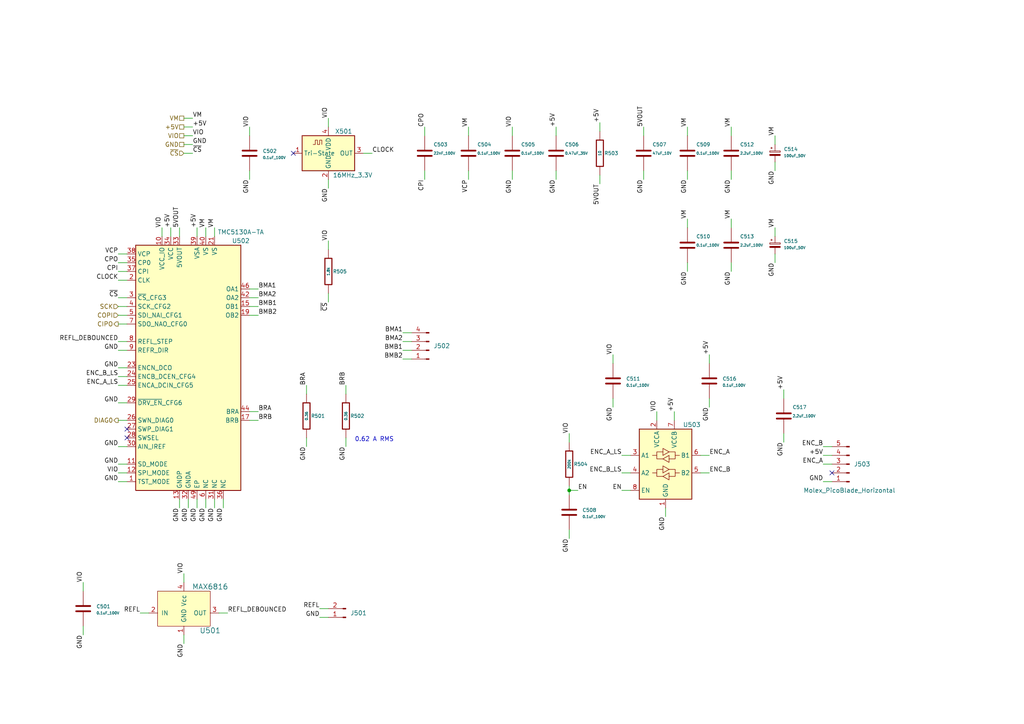
<source format=kicad_sch>
(kicad_sch (version 20230121) (generator eeschema)
  (paper "A4")
  (title_block (title "mouse-joystick-pcb") (date "2024-10-24") (rev "1.0") (company "Peter Polidoro"))
  (lib_symbols
    (symbol "Janelia:CP_100uF_50V_8x10.2mm" (pin_numbers hide) (pin_names (offset 0.254) hide)
      (property "Reference" "C" (at 0.254 1.778 0))
      (property "Value" "100uF_50V" (at 0 0 0))
      (symbol "CP_100uF_50V_8x10.2mm_0_1"
        (rectangle (start -1.524 -0.3048) (end 1.524 -0.6858) (fill (type outline)))
        (rectangle (start -1.524 0.6858) (end 1.524 0.3048))
        (polyline (pts (xy -1.27 1.524) (xy -0.762 1.524)))
        (polyline (pts (xy -1.016 1.27) (xy -1.016 1.778)))
      )
      (symbol "CP_100uF_50V_8x10.2mm_1_1"
        (pin passive line (at 0 2.54 270) (length 1.8542) (name "~") (number "1"))
        (pin passive line (at 0 -2.54 90) (length 1.8542) (name "~") (number "2"))
      )
    )
    (symbol "Janelia:C_0.1uF_100V_0402" (pin_numbers hide) (pin_names (offset 0.254))
      (property "Reference" "C" (at 0 2.54 0))
      (property "Value" "0.1uF_100V" (at 0 0 0))
      (symbol "C_0.1uF_100V_0402_0_1"
        (polyline (pts (xy -2.032 -0.762) (xy 2.032 -0.762)) (stroke (width 0.508)))
        (polyline (pts (xy -2.032 0.762) (xy 2.032 0.762)) (stroke (width 0.508)))
      )
      (symbol "C_0.1uF_100V_0402_1_1"
        (pin passive line (at 0 5.08 270) (length 4.318) (name "~") (number "1"))
        (pin passive line (at 0 -5.08 90) (length 4.318) (name "~") (number "2"))
      )
    )
    (symbol "Janelia:C_0.47uF_35V_0402" (pin_numbers hide) (pin_names (offset 0.254))
      (property "Reference" "C" (at 0 2.54 0))
      (property "Value" "0.47uF_35V" (at 0 0 0))
      (symbol "C_0.47uF_35V_0402_0_1"
        (polyline (pts (xy -2.032 -0.762) (xy 2.032 -0.762)) (stroke (width 0.508)))
        (polyline (pts (xy -2.032 0.762) (xy 2.032 0.762)) (stroke (width 0.508)))
      )
      (symbol "C_0.47uF_35V_0402_1_1"
        (pin passive line (at 0 5.08 270) (length 4.318) (name "~") (number "1"))
        (pin passive line (at 0 -5.08 90) (length 4.318) (name "~") (number "2"))
      )
    )
    (symbol "Janelia:C_2.2uF_100V_0805" (pin_numbers hide) (pin_names (offset 0.254))
      (property "Reference" "C" (at 0 2.54 0))
      (property "Value" "2.2uF_100V" (at 0 0 0))
      (symbol "C_2.2uF_100V_0805_0_1"
        (polyline (pts (xy -2.032 -0.762) (xy 2.032 -0.762)) (stroke (width 0.508)))
        (polyline (pts (xy -2.032 0.762) (xy 2.032 0.762)) (stroke (width 0.508)))
      )
      (symbol "C_2.2uF_100V_0805_1_1"
        (pin passive line (at 0 5.08 270) (length 4.318) (name "~") (number "1"))
        (pin passive line (at 0 -5.08 90) (length 4.318) (name "~") (number "2"))
      )
    )
    (symbol "Janelia:C_22nF_100V_0603" (pin_numbers hide) (pin_names (offset 0.254))
      (property "Reference" "C" (at 0 2.54 0))
      (property "Value" "22nF_100V" (at 0 0 0))
      (symbol "C_22nF_100V_0603_0_1"
        (polyline (pts (xy -2.032 -0.762) (xy 2.032 -0.762)) (stroke (width 0.508)))
        (polyline (pts (xy -2.032 0.762) (xy 2.032 0.762)) (stroke (width 0.508)))
      )
      (symbol "C_22nF_100V_0603_1_1"
        (pin passive line (at 0 5.08 270) (length 4.318) (name "~") (number "1"))
        (pin passive line (at 0 -5.08 90) (length 4.318) (name "~") (number "2"))
      )
    )
    (symbol "Janelia:C_47uF_10V_0805" (pin_numbers hide) (pin_names (offset 0.254))
      (property "Reference" "C" (at 0 2.54 0))
      (property "Value" "47uF_10V" (at 0 0 0))
      (symbol "C_47uF_10V_0805_0_1"
        (polyline (pts (xy -2.032 -0.762) (xy 2.032 -0.762)) (stroke (width 0.508)))
        (polyline (pts (xy -2.032 0.762) (xy 2.032 0.762)) (stroke (width 0.508)))
      )
      (symbol "C_47uF_10V_0805_1_1"
        (pin passive line (at 0 5.08 270) (length 4.318) (name "~") (number "1"))
        (pin passive line (at 0 -5.08 90) (length 4.318) (name "~") (number "2"))
      )
    )
    (symbol "Janelia:Conn_01x02_P3.5mm_TBH_Horizontal_Screw" (pin_names (offset 1.016) hide)
      (property "Reference" "J" (at -3.81 0 0))
      (symbol "Conn_01x02_P3.5mm_TBH_Horizontal_Screw_1_1"
        (polyline (pts (xy 1.27 -2.54) (xy 0.8636 -2.54)) (stroke (width 0.1524)))
        (polyline (pts (xy 1.27 0) (xy 0.8636 0)) (stroke (width 0.1524)))
        (rectangle (start 0.8636 -2.413) (end 0 -2.667) (stroke (width 0.1524)) (fill (type outline)))
        (rectangle (start 0.8636 0.127) (end 0 -0.127) (stroke (width 0.1524)) (fill (type outline)))
        (pin passive line (at 5.08 0 180) (length 3.81) (name "Pin_1") (number "1"))
        (pin passive line (at 5.08 -2.54 180) (length 3.81) (name "Pin_2") (number "2"))
      )
    )
    (symbol "Janelia:Conn_01x04_P3.5mm_TBH_Horizontal_Screw" (pin_names (offset 1.016) hide)
      (property "Reference" "J" (at -3.81 0 0))
      (symbol "Conn_01x04_P3.5mm_TBH_Horizontal_Screw_1_1"
        (polyline (pts (xy 1.27 -5.08) (xy 0.8636 -5.08)) (stroke (width 0.1524)))
        (polyline (pts (xy 1.27 -2.54) (xy 0.8636 -2.54)) (stroke (width 0.1524)))
        (polyline (pts (xy 1.27 0) (xy 0.8636 0)) (stroke (width 0.1524)))
        (polyline (pts (xy 1.27 2.54) (xy 0.8636 2.54)) (stroke (width 0.1524)))
        (rectangle (start 0.8636 -4.953) (end 0 -5.207) (stroke (width 0.1524)) (fill (type outline)))
        (rectangle (start 0.8636 -2.413) (end 0 -2.667) (stroke (width 0.1524)) (fill (type outline)))
        (rectangle (start 0.8636 0.127) (end 0 -0.127) (stroke (width 0.1524)) (fill (type outline)))
        (rectangle (start 0.8636 2.667) (end 0 2.413) (stroke (width 0.1524)) (fill (type outline)))
        (pin passive line (at 5.08 2.54 180) (length 3.81) (name "Pin_1") (number "1"))
        (pin passive line (at 5.08 0 180) (length 3.81) (name "Pin_2") (number "2"))
        (pin passive line (at 5.08 -2.54 180) (length 3.81) (name "Pin_3") (number "3"))
        (pin passive line (at 5.08 -5.08 180) (length 3.81) (name "Pin_4") (number "4"))
      )
    )
    (symbol "Janelia:Conn_01x05_P1.25mm_Molex_PicoBlade_Horizontal" (pin_names (offset 1.016) hide)
      (property "Reference" "J" (at -1.27 0 0))
      (property "Value" "Molex_PicoBlade_Horizontal" (at 0 -7.62 0))
      (symbol "Conn_01x05_P1.25mm_Molex_PicoBlade_Horizontal_1_1"
        (polyline (pts (xy 1.27 -5.08) (xy 0.8636 -5.08)) (stroke (width 0.1524)))
        (polyline (pts (xy 1.27 -2.54) (xy 0.8636 -2.54)) (stroke (width 0.1524)))
        (polyline (pts (xy 1.27 0) (xy 0.8636 0)) (stroke (width 0.1524)))
        (polyline (pts (xy 1.27 2.54) (xy 0.8636 2.54)) (stroke (width 0.1524)))
        (polyline (pts (xy 1.27 5.08) (xy 0.8636 5.08)) (stroke (width 0.1524)))
        (rectangle (start 0.8636 -4.953) (end 0 -5.207) (stroke (width 0.1524)) (fill (type outline)))
        (rectangle (start 0.8636 -2.413) (end 0 -2.667) (stroke (width 0.1524)) (fill (type outline)))
        (rectangle (start 0.8636 0.127) (end 0 -0.127) (stroke (width 0.1524)) (fill (type outline)))
        (rectangle (start 0.8636 2.667) (end 0 2.413) (stroke (width 0.1524)) (fill (type outline)))
        (rectangle (start 0.8636 5.207) (end 0 4.953) (stroke (width 0.1524)) (fill (type outline)))
        (pin passive line (at 5.08 5.08 180) (length 3.81) (name "Pin_1") (number "1"))
        (pin passive line (at 5.08 2.54 180) (length 3.81) (name "Pin_2") (number "2"))
        (pin passive line (at 5.08 0 180) (length 3.81) (name "Pin_3") (number "3"))
        (pin passive line (at 5.08 -2.54 180) (length 3.81) (name "Pin_4") (number "4"))
        (pin passive line (at 5.08 -5.08 180) (length 3.81) (name "Pin_5") (number "5"))
      )
    )
    (symbol "Janelia:Logic_LevelTranslator_LSF0102DCUR"
      (property "Reference" "U" (at 7.62 11.43 0))
      (symbol "Logic_LevelTranslator_LSF0102DCUR_1_1"
        (rectangle (start -7.62 10.16) (end 7.62 -10.16) (stroke (width 0.254)) (fill (type background)))
        (polyline (pts (xy -2.54 -2.54) (xy -2.54 -1.524) (xy -0.762 -1.524)))
        (polyline (pts (xy -2.54 2.54) (xy -2.54 3.556) (xy -0.762 3.556)))
        (polyline (pts (xy 2.794 -2.54) (xy 2.794 -3.556) (xy 1.016 -3.556)))
        (polyline (pts (xy 2.794 2.54) (xy 2.794 1.524) (xy 1.016 1.524)))
        (polyline (pts (xy -0.762 -3.556) (xy -2.54 -3.556) (xy -2.54 -2.54) (xy -3.81 -2.54)))
        (polyline (pts (xy -0.762 -2.54) (xy -0.762 -0.508) (xy 1.016 -1.524) (xy -0.762 -2.54)))
        (polyline (pts (xy -0.762 1.524) (xy -2.54 1.524) (xy -2.54 2.54) (xy -3.81 2.54)))
        (polyline (pts (xy -0.762 2.54) (xy -0.762 4.572) (xy 1.016 3.556) (xy -0.762 2.54)))
        (polyline (pts (xy 1.016 -1.524) (xy 2.794 -1.524) (xy 2.794 -2.54) (xy 4.064 -2.54)))
        (polyline (pts (xy 1.016 3.556) (xy 2.794 3.556) (xy 2.794 2.54) (xy 4.064 2.54)))
        (polyline (pts (xy 1.016 -2.54) (xy 1.016 -4.318) (xy 1.016 -4.572) (xy -0.762 -3.556) (xy 1.016 -2.54)))
        (polyline (pts (xy 1.016 2.54) (xy 1.016 0.762) (xy 1.016 0.508) (xy -0.762 1.524) (xy 1.016 2.54)))
        (pin power_in line (at 0 -12.7 90) (length 2.54) (name "GND") (number "1"))
        (pin power_in line (at -2.54 12.7 270) (length 2.54) (name "VCCA") (number "2"))
        (pin bidirectional line (at -10.16 2.54 0) (length 2.54) (name "A1") (number "3"))
        (pin bidirectional line (at -10.16 -2.54 0) (length 2.54) (name "A2") (number "4"))
        (pin bidirectional line (at 10.16 -2.54 180) (length 2.54) (name "B2") (number "5"))
        (pin bidirectional line (at 10.16 2.54 180) (length 2.54) (name "B1") (number "6"))
        (pin power_in line (at 2.54 12.7 270) (length 2.54) (name "VCCB") (number "7"))
        (pin input line (at -10.16 -7.62 0) (length 2.54) (name "EN") (number "8"))
      )
    )
    (symbol "Janelia:MAX6816" (pin_names (offset 1.016))
      (property "Reference" "U" (at 7.62 -6.35 0))
      (property "Value" "MAX6816" (at 7.62 6.35 0))
      (symbol "MAX6816_1_1"
        (rectangle (start -7.62 5.08) (end 7.62 -5.08) (fill (type background)))
        (pin power_in line (at 0 -7.62 90) (length 2.54) (name "GND") (number "1"))
        (pin passive line (at -10.16 -1.27 0) (length 2.54) (name "IN") (number "2"))
        (pin output line (at 10.16 -1.27 180) (length 2.54) (name "OUT") (number "3"))
        (pin power_in line (at 0 7.62 270) (length 2.54) (name "Vcc") (number "4"))
      )
    )
    (symbol "Janelia:Oscillator_16MHz_3.3V"
      (property "Reference" "X" (at 1.905 6.35 0))
      (property "Value" "16MHz_3.3V" (at 1.27 -6.35 0))
      (symbol "Oscillator_16MHz_3.3V_0_1"
        (rectangle (start -7.62 5.08) (end 7.62 -5.08) (stroke (width 0.254)) (fill (type background)))
        (polyline (pts (xy -4.445 2.54) (xy -3.81 2.54) (xy -3.81 3.81) (xy -3.175 3.81) (xy -3.175 2.54) (xy -2.54 2.54) (xy -2.54 3.81) (xy -1.905 3.81) (xy -1.905 2.54)))
      )
      (symbol "Oscillator_16MHz_3.3V_1_1"
        (pin input line (at -10.16 0 0) (length 2.54) (name "Tri-State") (number "1"))
        (pin power_in line (at 0 -7.62 90) (length 2.54) (name "GND") (number "2"))
        (pin output line (at 10.16 0 180) (length 2.54) (name "OUT") (number "3"))
        (pin power_in line (at 0 7.62 270) (length 2.54) (name "VDD") (number "4"))
      )
    )
    (symbol "Janelia:R_0.36_250mW_1206_CS" (pin_numbers hide) (pin_names (offset 0))
      (property "Reference" "R" (at 1.27 0 0))
      (property "Value" "0.36" (at 0 0 90))
      (symbol "R_0.36_250mW_1206_CS_0_1"
        (rectangle (start -1.016 3.81) (end 1.016 -3.81) (stroke (width 0.3048)))
      )
      (symbol "R_0.36_250mW_1206_CS_1_1"
        (pin passive line (at 0 6.35 270) (length 2.54) (name "~") (number "1"))
        (pin passive line (at 0 -6.35 90) (length 2.54) (name "~") (number "2"))
      )
    )
    (symbol "Janelia:R_1.8k_0402" (pin_numbers hide) (pin_names (offset 0))
      (property "Reference" "R" (at 2.032 0 90))
      (property "Value" "1.8k" (at 0 0 90))
      (symbol "R_1.8k_0402_0_1"
        (rectangle (start -1.016 3.81) (end 1.016 -3.81) (stroke (width 0.3048)))
      )
      (symbol "R_1.8k_0402_1_1"
        (pin passive line (at 0 6.35 270) (length 2.54) (name "~") (number "1"))
        (pin passive line (at 0 -6.35 90) (length 2.54) (name "~") (number "2"))
      )
    )
    (symbol "Janelia:R_10_62.5mW_0402" (pin_numbers hide) (pin_names (offset 0))
      (property "Reference" "R" (at 2.032 0 90))
      (property "Value" "10" (at 0 0 90))
      (symbol "R_10_62.5mW_0402_0_1"
        (rectangle (start -1.016 3.81) (end 1.016 -3.81) (stroke (width 0.3048)))
      )
      (symbol "R_10_62.5mW_0402_1_1"
        (pin passive line (at 0 6.35 270) (length 2.54) (name "~") (number "1"))
        (pin passive line (at 0 -6.35 90) (length 2.54) (name "~") (number "2"))
      )
    )
    (symbol "Janelia:R_200k_0402" (pin_numbers hide) (pin_names (offset 0))
      (property "Reference" "R" (at 1.27 0 0))
      (property "Value" "200k" (at 0 0 90))
      (symbol "R_200k_0402_0_1"
        (rectangle (start -1.016 3.81) (end 1.016 -3.81) (stroke (width 0.3048)))
      )
      (symbol "R_200k_0402_1_1"
        (pin passive line (at 0 6.35 270) (length 2.54) (name "~") (number "1"))
        (pin passive line (at 0 -6.35 90) (length 2.54) (name "~") (number "2"))
      )
    )
    (symbol "Janelia:TMC5130A-TA"
      (property "Reference" "U" (at -11.43 38.1 0))
      (property "Value" "TMC5130A-TA" (at 11.43 38.1 0))
      (symbol "TMC5130A-TA_0_1"
        (rectangle (start -15.24 35.56) (end 15.24 -35.56) (stroke (width 0.254)) (fill (type background)))
      )
      (symbol "TMC5130A-TA_1_1"
        (pin input line (at -17.78 -33.02 0) (length 2.54) (name "TST_MODE") (number "1"))
        (pin power_in line (at -7.62 38.1 270) (length 2.54) (name "VCC_IO") (number "10"))
        (pin input line (at -17.78 -27.94 0) (length 2.54) (name "SD_MODE") (number "11"))
        (pin input line (at -17.78 -30.48 0) (length 2.54) (name "SPI_MODE") (number "12"))
        (pin power_in line (at -2.54 -38.1 90) (length 2.54) (name "GNDP") (number "13"))
        (pin no_connect line (at 15.24 12.7 180) (length 2.54) hide (name "DNC") (number "14"))
        (pin output line (at 17.78 17.78 180) (length 2.54) (name "OB1") (number "15"))
        (pin no_connect line (at 15.24 10.16 180) (length 2.54) hide (name "DNC") (number "16"))
        (pin passive line (at 17.78 -15.24 180) (length 2.54) (name "BRB") (number "17"))
        (pin no_connect line (at 15.24 7.62 180) (length 2.54) hide (name "DNC") (number "18"))
        (pin output line (at 17.78 15.24 180) (length 2.54) (name "OB2") (number "19"))
        (pin input line (at -17.78 25.4 0) (length 2.54) (name "CLK") (number "2"))
        (pin no_connect line (at 15.24 5.08 180) (length 2.54) hide (name "DNC") (number "20"))
        (pin power_in line (at 7.62 38.1 270) (length 2.54) (name "VS") (number "21"))
        (pin no_connect line (at 15.24 2.54 180) (length 2.54) hide (name "DNC") (number "22"))
        (pin bidirectional line (at -17.78 0 0) (length 2.54) (name "ENCN_DCO") (number "23"))
        (pin input line (at -17.78 -2.54 0) (length 2.54) (name "ENCB_DCEN_CFG4") (number "24"))
        (pin input line (at -17.78 -5.08 0) (length 2.54) (name "ENCA_DCIN_CFG5") (number "25"))
        (pin bidirectional line (at -17.78 -15.24 0) (length 2.54) (name "SWN_DIAG0") (number "26"))
        (pin bidirectional line (at -17.78 -17.78 0) (length 2.54) (name "SWP_DIAG1") (number "27"))
        (pin input line (at -17.78 -20.32 0) (length 2.54) (name "SWSEL") (number "28"))
        (pin input line (at -17.78 -10.16 0) (length 2.54) (name "~{DRV_EN}_CFG6") (number "29"))
        (pin input line (at -17.78 20.32 0) (length 2.54) (name "~{CS}_CFG3") (number "3"))
        (pin input line (at -17.78 -22.86 0) (length 2.54) (name "AIN_IREF") (number "30"))
        (pin passive line (at 7.62 -38.1 90) (length 2.54) (name "NC") (number "31"))
        (pin power_in line (at 0 -38.1 90) (length 2.54) (name "GNDA") (number "32"))
        (pin power_out line (at -2.54 38.1 270) (length 2.54) (name "5VOUT") (number "33"))
        (pin power_in line (at -5.08 38.1 270) (length 2.54) (name "VCC") (number "34"))
        (pin passive line (at -17.78 30.48 0) (length 2.54) (name "CP0") (number "35"))
        (pin passive line (at 10.16 -38.1 90) (length 2.54) (name "NC") (number "36"))
        (pin passive line (at -17.78 27.94 0) (length 2.54) (name "CPI") (number "37"))
        (pin passive line (at -17.78 33.02 0) (length 2.54) (name "VCP") (number "38"))
        (pin power_in line (at 2.54 38.1 270) (length 2.54) (name "VSA") (number "39"))
        (pin input line (at -17.78 17.78 0) (length 2.54) (name "SCK_CFG2") (number "4"))
        (pin power_in line (at 5.08 38.1 270) (length 2.54) (name "VS") (number "40"))
        (pin no_connect line (at 15.24 33.02 180) (length 2.54) hide (name "DNC") (number "41"))
        (pin output line (at 17.78 20.32 180) (length 2.54) (name "OA2") (number "42"))
        (pin no_connect line (at 15.24 30.48 180) (length 2.54) hide (name "DNC") (number "43"))
        (pin passive line (at 17.78 -12.7 180) (length 2.54) (name "BRA") (number "44"))
        (pin no_connect line (at 15.24 27.94 180) (length 2.54) hide (name "DNC") (number "45"))
        (pin output line (at 17.78 22.86 180) (length 2.54) (name "OA1") (number "46"))
        (pin no_connect line (at 15.24 25.4 180) (length 2.54) hide (name "DNC") (number "47"))
        (pin passive line (at -2.54 -38.1 90) (length 2.54) hide (name "GNDP") (number "48"))
        (pin power_in line (at 2.54 -38.1 90) (length 2.54) (name "EP") (number "49"))
        (pin input line (at -17.78 15.24 0) (length 2.54) (name "SDI_NAI_CFG1") (number "5"))
        (pin passive line (at 5.08 -38.1 90) (length 2.54) (name "NC") (number "6"))
        (pin bidirectional line (at -17.78 12.7 0) (length 2.54) (name "SDO_NAO_CFG0") (number "7"))
        (pin input line (at -17.78 7.62 0) (length 2.54) (name "REFL_STEP") (number "8"))
        (pin input line (at -17.78 5.08 0) (length 2.54) (name "REFR_DIR") (number "9"))
      )
    )
  )
  (junction (at 165.1 142.24))
  (no_connect (at 241.3 137.16))
  (no_connect (at 85.09 44.45))
  (no_connect (at 36.83 124.46))
  (no_connect (at 36.83 127))
  (wire (pts (xy 199.39 49.53) (xy 199.39 52.07)))
  (wire (pts (xy 173.99 50.8) (xy 173.99 53.34)))
  (wire (pts (xy 165.1 128.27) (xy 165.1 125.73)))
  (wire (pts (xy 182.88 137.16) (xy 180.34 137.16)))
  (wire (pts (xy 199.39 76.2) (xy 199.39 78.74)))
  (wire (pts (xy 36.83 116.84) (xy 34.29 116.84)))
  (wire (pts (xy 72.39 49.53) (xy 72.39 52.07)))
  (wire (pts (xy 224.79 46.99) (xy 224.79 49.53)))
  (wire (pts (xy 135.89 39.37) (xy 135.89 36.83)))
  (wire (pts (xy 36.83 111.76) (xy 34.29 111.76)))
  (wire (pts (xy 186.69 39.37) (xy 186.69 36.83)))
  (wire (pts (xy 53.34 168.91) (xy 53.34 166.37)))
  (wire (pts (xy 74.93 88.9) (xy 72.39 88.9)))
  (wire (pts (xy 224.79 68.58) (xy 224.79 66.04)))
  (wire (pts (xy 36.83 106.68) (xy 34.29 106.68)))
  (wire (pts (xy 177.8 105.41) (xy 177.8 102.87)))
  (wire (pts (xy 24.13 171.45) (xy 24.13 168.91)))
  (wire (pts (xy 161.29 39.37) (xy 161.29 36.83)))
  (wire (pts (xy 212.09 49.53) (xy 212.09 52.07)))
  (wire (pts (xy 36.83 81.28) (xy 34.29 81.28)))
  (wire (pts (xy 193.04 147.32) (xy 193.04 149.86)))
  (wire (pts (xy 224.79 73.66) (xy 224.79 76.2)))
  (wire (pts (xy 57.15 144.78) (xy 57.15 147.32)))
  (wire (pts (xy 190.5 121.92) (xy 190.5 119.38)))
  (wire (pts (xy 195.58 121.92) (xy 195.58 119.38)))
  (wire (pts (xy 173.99 38.1) (xy 173.99 35.56)))
  (wire (pts (xy 212.09 66.04) (xy 212.09 63.5)))
  (wire (pts (xy 52.07 68.58) (xy 52.07 66.04)))
  (wire (pts (xy 161.29 49.53) (xy 161.29 52.07)))
  (wire (pts (xy 212.09 39.37) (xy 212.09 36.83)))
  (wire (pts (xy 74.93 91.44) (xy 72.39 91.44)))
  (wire (pts (xy 241.3 139.7) (xy 238.76 139.7)))
  (wire (pts (xy 54.61 144.78) (xy 54.61 147.32)))
  (wire (pts (xy 59.69 68.58) (xy 59.69 66.04)))
  (wire (pts (xy 62.23 68.58) (xy 62.23 66.04)))
  (wire (pts (xy 36.83 121.92) (xy 34.29 121.92)))
  (wire (pts (xy 36.83 134.62) (xy 34.29 134.62)))
  (wire (pts (xy 241.3 132.08) (xy 238.76 132.08)))
  (wire (pts (xy 88.9 127) (xy 88.9 129.54)))
  (wire (pts (xy 36.83 86.36) (xy 34.29 86.36)))
  (wire (pts (xy 36.83 137.16) (xy 34.29 137.16)))
  (wire (pts (xy 95.25 36.83) (xy 95.25 34.29)))
  (wire (pts (xy 227.33 125.73) (xy 227.33 128.27)))
  (wire (pts (xy 53.34 34.29) (xy 55.88 34.29)))
  (wire (pts (xy 95.25 176.53) (xy 92.71 176.53)))
  (wire (pts (xy 116.84 104.14) (xy 119.38 104.14)))
  (wire (pts (xy 95.25 72.39) (xy 95.25 69.85)))
  (wire (pts (xy 74.93 119.38) (xy 72.39 119.38)))
  (wire (pts (xy 36.83 73.66) (xy 34.29 73.66)))
  (wire (pts (xy 205.74 105.41) (xy 205.74 102.87)))
  (wire (pts (xy 182.88 132.08) (xy 180.34 132.08)))
  (wire (pts (xy 123.19 39.37) (xy 123.19 36.83)))
  (wire (pts (xy 165.1 142.24) (xy 167.64 142.24)))
  (wire (pts (xy 148.59 39.37) (xy 148.59 36.83)))
  (wire (pts (xy 63.5 177.8) (xy 66.04 177.8)))
  (wire (pts (xy 203.2 132.08) (xy 205.74 132.08)))
  (wire (pts (xy 36.83 93.98) (xy 34.29 93.98)))
  (wire (pts (xy 165.1 142.24) (xy 165.1 143.51)))
  (wire (pts (xy 116.84 99.06) (xy 119.38 99.06)))
  (wire (pts (xy 212.09 76.2) (xy 212.09 78.74)))
  (wire (pts (xy 227.33 115.57) (xy 227.33 113.03)))
  (wire (pts (xy 53.34 184.15) (xy 53.34 186.69)))
  (wire (pts (xy 36.83 99.06) (xy 34.29 99.06)))
  (wire (pts (xy 116.84 101.6) (xy 119.38 101.6)))
  (wire (pts (xy 36.83 139.7) (xy 34.29 139.7)))
  (wire (pts (xy 36.83 88.9) (xy 34.29 88.9)))
  (wire (pts (xy 135.89 49.53) (xy 135.89 52.07)))
  (wire (pts (xy 53.34 44.45) (xy 55.88 44.45)))
  (wire (pts (xy 43.18 177.8) (xy 40.64 177.8)))
  (wire (pts (xy 95.25 52.07) (xy 95.25 54.61)))
  (wire (pts (xy 36.83 129.54) (xy 34.29 129.54)))
  (wire (pts (xy 199.39 39.37) (xy 199.39 36.83)))
  (wire (pts (xy 186.69 49.53) (xy 186.69 52.07)))
  (wire (pts (xy 36.83 76.2) (xy 34.29 76.2)))
  (wire (pts (xy 88.9 111.76) (xy 88.9 114.3)))
  (wire (pts (xy 123.19 49.53) (xy 123.19 52.07)))
  (wire (pts (xy 53.34 41.91) (xy 55.88 41.91)))
  (wire (pts (xy 95.25 85.09) (xy 95.25 87.63)))
  (wire (pts (xy 53.34 36.83) (xy 55.88 36.83)))
  (wire (pts (xy 199.39 66.04) (xy 199.39 63.5)))
  (wire (pts (xy 53.34 39.37) (xy 55.88 39.37)))
  (wire (pts (xy 74.93 86.36) (xy 72.39 86.36)))
  (wire (pts (xy 116.84 96.52) (xy 119.38 96.52)))
  (wire (pts (xy 24.13 181.61) (xy 24.13 184.15)))
  (wire (pts (xy 36.83 109.22) (xy 34.29 109.22)))
  (wire (pts (xy 177.8 115.57) (xy 177.8 118.11)))
  (wire (pts (xy 241.3 134.62) (xy 238.76 134.62)))
  (wire (pts (xy 59.69 144.78) (xy 59.69 147.32)))
  (wire (pts (xy 182.88 142.24) (xy 180.34 142.24)))
  (wire (pts (xy 36.83 101.6) (xy 34.29 101.6)))
  (wire (pts (xy 105.41 44.45) (xy 107.95 44.45)))
  (wire (pts (xy 49.53 68.58) (xy 49.53 66.04)))
  (wire (pts (xy 74.93 121.92) (xy 72.39 121.92)))
  (wire (pts (xy 203.2 137.16) (xy 205.74 137.16)))
  (wire (pts (xy 36.83 91.44) (xy 34.29 91.44)))
  (wire (pts (xy 36.83 78.74) (xy 34.29 78.74)))
  (wire (pts (xy 64.77 144.78) (xy 64.77 147.32)))
  (wire (pts (xy 100.33 111.76) (xy 100.33 114.3)))
  (wire (pts (xy 148.59 49.53) (xy 148.59 52.07)))
  (wire (pts (xy 165.1 153.67) (xy 165.1 156.21)))
  (wire (pts (xy 74.93 83.82) (xy 72.39 83.82)))
  (wire (pts (xy 72.39 39.37) (xy 72.39 36.83)))
  (wire (pts (xy 57.15 68.58) (xy 57.15 66.04)))
  (wire (pts (xy 224.79 41.91) (xy 224.79 39.37)))
  (wire (pts (xy 165.1 140.97) (xy 165.1 142.24)))
  (wire (pts (xy 46.99 68.58) (xy 46.99 66.04)))
  (wire (pts (xy 62.23 144.78) (xy 62.23 147.32)))
  (wire (pts (xy 205.74 115.57) (xy 205.74 118.11)))
  (wire (pts (xy 100.33 127) (xy 100.33 129.54)))
  (wire (pts (xy 241.3 129.54) (xy 238.76 129.54)))
  (wire (pts (xy 52.07 144.78) (xy 52.07 147.32)))
  (wire (pts (xy 95.25 179.07) (xy 92.71 179.07)))
  (text "0.62 A RMS\n" (at 102.87 128.27 0) (effects (font (size 1.27 1.27)) (justify left bottom)))
  (label "BRA" (at 88.9 111.76 90))
  (label "GND" (at 212.09 52.07 270))
  (label "GND" (at 72.39 52.07 270))
  (label "GND" (at 54.61 147.32 270))
  (label "ENC_B_LS" (at 34.29 109.22 180))
  (label "GND" (at 92.71 179.07 180))
  (label "+5V" (at 227.33 113.03 90))
  (label "GND" (at 100.33 129.54 270))
  (label "+5V" (at 49.53 66.04 90))
  (label "GND" (at 34.29 139.7 180))
  (label "REFL_DEBOUNCED" (at 34.29 99.06 180))
  (label "+5V" (at 161.29 36.83 90))
  (label "BMB1" (at 74.93 88.9 0))
  (label "VM" (at 224.79 66.04 90))
  (label "CLOCK" (at 107.95 44.45 0))
  (label "EN" (at 167.64 142.24 0))
  (label "GND" (at 34.29 116.84 180))
  (label "VM" (at 135.89 36.83 90))
  (label "VIO" (at 190.5 119.38 90))
  (label "BRB" (at 74.93 121.92 0))
  (label "VIO" (at 95.25 34.29 90))
  (label "VIO" (at 34.29 137.16 180))
  (label "GND" (at 186.69 52.07 270))
  (label "CPI" (at 34.29 78.74 180))
  (label "5VOUT" (at 52.07 66.04 90))
  (label "VIO" (at 46.99 66.04 90))
  (label "GND" (at 199.39 52.07 270))
  (label "REFL_DEBOUNCED" (at 66.04 177.8 0))
  (label "CLOCK" (at 34.29 81.28 180))
  (label "+5V" (at 173.99 35.56 90))
  (label "BMA2" (at 116.84 99.06 180))
  (label "VIO" (at 72.39 36.83 90))
  (label "5VOUT" (at 186.69 36.83 90))
  (label "CPI" (at 123.19 52.07 270))
  (label "REFL" (at 92.71 176.53 180))
  (label "EN" (at 180.34 142.24 180))
  (label "VM" (at 199.39 63.5 90))
  (label "GND" (at 64.77 147.32 270))
  (label "BMA2" (at 74.93 86.36 0))
  (label "GND" (at 24.13 184.15 270))
  (label "GND" (at 238.76 139.7 180))
  (label "ENC_A_LS" (at 180.34 132.08 180))
  (label "GND" (at 148.59 52.07 270))
  (label "BMB2" (at 74.93 91.44 0))
  (label "GND" (at 34.29 134.62 180))
  (label "ENC_A_LS" (at 34.29 111.76 180))
  (label "BMA1" (at 74.93 83.82 0))
  (label "REFL" (at 40.64 177.8 180))
  (label "VIO" (at 55.88 39.37 0))
  (label "GND" (at 52.07 147.32 270))
  (label "GND" (at 212.09 78.74 270))
  (label "GND" (at 95.25 54.61 270))
  (label "BMA1" (at 116.84 96.52 180))
  (label "GND" (at 57.15 147.32 270))
  (label "VIO" (at 148.59 36.83 90))
  (label "VIO" (at 177.8 102.87 90))
  (label "VIO" (at 165.1 125.73 90))
  (label "ENC_B_LS" (at 180.34 137.16 180))
  (label "GND" (at 34.29 106.68 180))
  (label "GND" (at 193.04 149.86 270))
  (label "GND" (at 53.34 186.69 270))
  (label "+5V" (at 205.74 102.87 90))
  (label "GND" (at 62.23 147.32 270))
  (label "ENC_B" (at 205.74 137.16 0))
  (label "VM" (at 55.88 34.29 0))
  (label "VCP" (at 34.29 73.66 180))
  (label "+5V" (at 195.58 119.38 90))
  (label "VIO" (at 95.25 69.85 90))
  (label "VM" (at 212.09 63.5 90))
  (label "+5V" (at 55.88 36.83 0))
  (label "VIO" (at 24.13 168.91 90))
  (label "GND" (at 199.39 78.74 270))
  (label "5VOUT" (at 173.99 53.34 270))
  (label "VCP" (at 135.89 52.07 270))
  (label "GND" (at 59.69 147.32 270))
  (label "ENC_B" (at 238.76 129.54 180))
  (label "VM" (at 62.23 66.04 90))
  (label "GND" (at 177.8 118.11 270))
  (label "BMB1" (at 116.84 101.6 180))
  (label "GND" (at 224.79 49.53 270))
  (label "+5V" (at 57.15 66.04 90))
  (label "GND" (at 161.29 52.07 270))
  (label "GND" (at 227.33 128.27 270))
  (label "VIO" (at 53.34 166.37 90))
  (label "~{CS}" (at 34.29 86.36 180))
  (label "VM" (at 212.09 36.83 90))
  (label "~{CS}" (at 95.25 87.63 270))
  (label "CPO" (at 123.19 36.83 90))
  (label "GND" (at 165.1 156.21 270))
  (label "VM" (at 199.39 36.83 90))
  (label "GND" (at 205.74 118.11 270))
  (label "+5V" (at 238.76 132.08 180))
  (label "ENC_A" (at 205.74 132.08 0))
  (label "BRA" (at 74.93 119.38 0))
  (label "GND" (at 88.9 129.54 270))
  (label "VM" (at 59.69 66.04 90))
  (label "GND" (at 34.29 129.54 180))
  (label "CPO" (at 34.29 76.2 180))
  (label "~{CS}" (at 55.88 44.45 0))
  (label "VM" (at 224.79 39.37 90))
  (label "ENC_A" (at 238.76 134.62 180))
  (label "GND" (at 34.29 101.6 180))
  (label "BMB2" (at 116.84 104.14 180))
  (label "GND" (at 224.79 76.2 270))
  (label "GND" (at 55.88 41.91 0))
  (label "BRB" (at 100.33 111.76 90))
  (hierarchical_label "VIO" (shape passive) (at 53.34 39.37 180))
  (hierarchical_label "VM" (shape passive) (at 53.34 34.29 180))
  (hierarchical_label "CIPO" (shape output) (at 34.29 93.98 180))
  (hierarchical_label "DIAG0" (shape output) (at 34.29 121.92 180))
  (hierarchical_label "GND" (shape passive) (at 53.34 41.91 180))
  (hierarchical_label "COPI" (shape input) (at 34.29 91.44 180))
  (hierarchical_label "~{CS}" (shape input) (at 53.34 44.45 180))
  (hierarchical_label "+5V" (shape passive) (at 53.34 36.83 180))
  (hierarchical_label "SCK" (shape input) (at 34.29 88.9 180))
  (symbol (lib_id "Janelia:C_0.1uF_100V_0402") (at 148.59 44.45 0) (unit 1)
    (property "Reference" "C505" (at 151.13 41.91 0) (effects (font (size 1.016 1.016)) (justify left)))
    (property "Value" "0.1uF_100V" (at 151.13 44.45 0) (effects (font (size 0.762 0.762)) (justify left)))
    (property "Footprint" "Janelia:C_0402_1005Metric" (effects hide))
    (property "Vendor" "Digi-Key" (effects hide))
    (property "Vendor Part Number" "490-10458-1-ND" (effects hide))
    (property "Manufacturer" "Murata Electronics" (effects hide))
    (property "Manufacturer Part Number" "GRM155R62A104KE14D" (effects hide))
    (property "Package" "0402" (effects hide))
    (property "Synopsis" "CAP CER 0.1UF 100V X5R" (effects hide))
    (property "LCSC" "C162178" (effects hide))
  )
  (symbol (lib_id "Janelia:C_22nF_100V_0603") (at 123.19 44.45 0) (unit 1)
    (property "Reference" "C503" (at 125.73 41.91 0) (effects (font (size 1.016 1.016)) (justify left)))
    (property "Value" "22nF_100V" (at 125.73 44.45 0) (effects (font (size 0.762 0.762)) (justify left)))
    (property "Footprint" "Janelia:C_0603_1608Metric" (effects hide))
    (property "Vendor" "Digi-Key" (effects hide))
    (property "Vendor Part Number" "490-4782-1-ND" (effects hide))
    (property "Manufacturer" "Murata Electronics" (effects hide))
    (property "Manufacturer Part Number" "GCM188R72A223KA37D" (effects hide))
    (property "Package" "0603" (effects hide))
    (property "Synopsis" "CAP CER 0.022UF 100V X7R" (effects hide))
    (property "LCSC" "C161234" (effects hide))
  )
  (symbol (lib_id "Janelia:R_0.36_250mW_1206_CS") (at 88.9 120.65 0) (unit 1)
    (property "Reference" "R501" (at 90.17 120.65 0) (effects (font (size 1.016 1.016)) (justify left)))
    (property "Value" "0.36" (at 88.9 120.65 90) (effects (font (size 0.762 0.762))))
    (property "Footprint" "Janelia:R_1206_3216Metric" (effects hide))
    (property "Vendor" "JLCPCB" (effects hide))
    (property "Vendor Part Number" "C327079" (effects hide))
    (property "Synopsis" "0.36 250mW Current Sense Resistor" (effects hide))
    (property "Package" "1206" (effects hide))
    (property "Manufacturer" "YAGEO" (effects hide))
    (property "Manufacturer Part Number" "RL1206FR-070R36L" (effects hide))
    (property "LCSC" "C327079" (effects hide))
  )
  (symbol (lib_id "Janelia:Logic_LevelTranslator_LSF0102DCUR") (at 193.04 134.62 0) (unit 1)
    (property "Reference" "U503" (at 200.66 123.19 0))
    (property "Value" "Logic_LevelTranslator_LSF0102DCUR" (effects hide))
    (property "Footprint" "Janelia:SOP50P310X90-8N" (effects hide))
    (property "Synopsis" "IC TRANSLTR BIDIRECTIONAL 2 CHAN" (effects hide))
    (property "Package" "VSSOP-8-0.5mm" (effects hide))
    (property "LCSC" "C964636" (effects hide))
    (property "Manufacturer" "Texas Instruments" (effects hide))
    (property "Manufacturer Part Number" "LSF0102DCUR" (effects hide))
    (property "Vendor" "Digi-Key" (effects hide))
    (property "Vendor Part Number" "296-39070-1-ND" (effects hide))
  )
  (symbol (lib_id "Janelia:C_2.2uF_100V_0805") (at 212.09 44.45 0) (unit 1)
    (property "Reference" "C512" (at 214.63 41.91 0) (effects (font (size 1.016 1.016)) (justify left)))
    (property "Value" "2.2uF_100V" (at 214.63 44.45 0) (effects (font (size 0.762 0.762)) (justify left)))
    (property "Footprint" "Janelia:C_0805_2012Metric" (effects hide))
    (property "Vendor" "Digi-Key" (effects hide))
    (property "Vendor Part Number" "490-GRM21BD72A225KE01LCT-ND" (effects hide))
    (property "Package" "0805" (effects hide))
    (property "Manufacturer" "Murata Electronics" (effects hide))
    (property "Manufacturer Part Number" "GRM21BD72A225KE01L" (effects hide))
    (property "Synopsis" "CAP CER 2.2UF 100V X7T 0805" (effects hide))
    (property "LCSC" "C2981733" (effects hide))
  )
  (symbol (lib_id "Janelia:MAX6816") (at 53.34 176.53 0) (unit 1)
    (property "Reference" "U501" (at 60.96 182.88 0) (effects (font (size 1.524 1.524))))
    (property "Value" "MAX6816" (at 60.96 170.18 0) (effects (font (size 1.524 1.524))))
    (property "Footprint" "Janelia:SOT192P237X122-4N" (effects hide))
    (property "Package" "SOT-143" (effects hide))
    (property "Manufacturer" "Analog Devices Inc./Maxim Integrated" (effects hide))
    (property "Manufacturer Part Number" "MAX6816EUS+T" (effects hide))
    (property "Vendor" "Digi-Key" (effects hide))
    (property "Vendor Part Number" "MAX6816EUS+TCT-ND" (effects hide))
    (property "Sim.Enable" "0" (effects hide))
    (property "Synopsis" "IC SWITCH DEBOUNCER" (effects hide))
    (property "LCSC" "C41637" (effects hide))
  )
  (symbol (lib_id "Janelia:C_47uF_10V_0805") (at 186.69 44.45 0) (unit 1)
    (property "Reference" "C507" (at 189.23 41.91 0) (effects (font (size 1.016 1.016)) (justify left)))
    (property "Value" "47uF_10V" (at 189.23 44.45 0) (effects (font (size 0.762 0.762)) (justify left)))
    (property "Footprint" "Janelia:C_0805_2012Metric" (effects hide))
    (property "Vendor" "JLCPCB" (effects hide))
    (property "Vendor Part Number" "C6119904" (effects hide))
    (property "Package" "0805" (effects hide))
    (property "Manufacturer" "HRE" (effects hide))
    (property "Manufacturer Part Number" "CGA0805X5R476M100MT" (effects hide))
    (property "Synopsis" "CAP CER 47UF 10V X5R" (effects hide))
    (property "LCSC" "C6119904" (effects hide))
  )
  (symbol (lib_id "Janelia:R_200k_0402") (at 165.1 134.62 0) (unit 1)
    (property "Reference" "R504" (at 166.37 134.62 0) (effects (font (size 1.016 1.016)) (justify left)))
    (property "Value" "200k" (at 165.1 134.62 90) (effects (font (size 0.762 0.762))))
    (property "Footprint" "Janelia:R_0402_1005Metric" (effects hide))
    (property "Vendor" "JLCPCB" (effects hide))
    (property "Vendor Part Number" "C25764" (effects hide))
    (property "Synopsis" "RES 200K OHM 1% 62.5mW" (effects hide))
    (property "Manufacturer" "UNI-ROYAL(Uniroyal Elec)" (effects hide))
    (property "Manufacturer Part Number" "0402WGF2003TCE" (effects hide))
    (property "Package" "0402" (effects hide))
    (property "LCSC" "C25764" (effects hide))
  )
  (symbol (lib_id "Janelia:C_2.2uF_100V_0805") (at 227.33 120.65 0) (unit 1)
    (property "Reference" "C517" (at 229.87 118.11 0) (effects (font (size 1.016 1.016)) (justify left)))
    (property "Value" "2.2uF_100V" (at 229.87 120.65 0) (effects (font (size 0.762 0.762)) (justify left)))
    (property "Footprint" "Janelia:C_0805_2012Metric" (effects hide))
    (property "Vendor" "Digi-Key" (effects hide))
    (property "Vendor Part Number" "490-GRM21BD72A225KE01LCT-ND" (effects hide))
    (property "Package" "0805" (effects hide))
    (property "Manufacturer" "Murata Electronics" (effects hide))
    (property "Manufacturer Part Number" "GRM21BD72A225KE01L" (effects hide))
    (property "Synopsis" "CAP CER 2.2UF 100V X7T 0805" (effects hide))
    (property "LCSC" "C2981733" (effects hide))
  )
  (symbol (lib_id "Janelia:Conn_01x05_P1.25mm_Molex_PicoBlade_Horizontal") (at 246.38 134.62 180) (unit 1)
    (property "Reference" "J503" (at 247.65 134.62 0) (effects (justify right)))
    (property "Value" "Molex_PicoBlade_Horizontal" (at 246.38 142.24 0))
    (property "Footprint" "Janelia:MOLEX_0532610571" (effects hide))
    (property "Manufacturer" "MOLEX" (effects hide))
    (property "Manufacturer Part Number" "0532610571" (effects hide))
    (property "Synopsis" "CONN HEADER SMD R/A 5POS 1.25MM" (effects hide))
    (property "Vendor" "Digi-Key" (effects hide))
    (property "Vendor Part Number" "WM7623CT-ND" (effects hide))
    (property "Sim.Enable" "0" (effects hide))
    (property "Package" "SMD" (effects hide))
    (property "LCSC" "C17256390" (effects hide))
  )
  (symbol (lib_id "Janelia:C_0.1uF_100V_0402") (at 199.39 71.12 0) (unit 1)
    (property "Reference" "C510" (at 201.93 68.58 0) (effects (font (size 1.016 1.016)) (justify left)))
    (property "Value" "0.1uF_100V" (at 201.93 71.12 0) (effects (font (size 0.762 0.762)) (justify left)))
    (property "Footprint" "Janelia:C_0402_1005Metric" (effects hide))
    (property "Vendor" "Digi-Key" (effects hide))
    (property "Vendor Part Number" "490-10458-1-ND" (effects hide))
    (property "Manufacturer" "Murata Electronics" (effects hide))
    (property "Manufacturer Part Number" "GRM155R62A104KE14D" (effects hide))
    (property "Package" "0402" (effects hide))
    (property "Synopsis" "CAP CER 0.1UF 100V X5R" (effects hide))
    (property "LCSC" "C162178" (effects hide))
  )
  (symbol (lib_id "Janelia:C_0.1uF_100V_0402") (at 177.8 110.49 0) (unit 1)
    (property "Reference" "C511" (at 181.61 109.855 0) (effects (font (size 1.016 1.016)) (justify left)))
    (property "Value" "0.1uF_100V" (at 181.61 111.7599 0) (effects (font (size 0.762 0.762)) (justify left)))
    (property "Footprint" "Janelia:C_0402_1005Metric" (effects hide))
    (property "Vendor" "Digi-Key" (effects hide))
    (property "Vendor Part Number" "490-10458-1-ND" (effects hide))
    (property "Manufacturer" "Murata Electronics" (effects hide))
    (property "Manufacturer Part Number" "GRM155R62A104KE14D" (effects hide))
    (property "Package" "0402" (effects hide))
    (property "Synopsis" "CAP CER 0.1UF 100V X5R" (effects hide))
    (property "LCSC" "C162178" (effects hide))
  )
  (symbol (lib_id "Janelia:C_0.1uF_100V_0402") (at 199.39 44.45 0) (unit 1)
    (property "Reference" "C509" (at 201.93 41.91 0) (effects (font (size 1.016 1.016)) (justify left)))
    (property "Value" "0.1uF_100V" (at 201.93 44.45 0) (effects (font (size 0.762 0.762)) (justify left)))
    (property "Footprint" "Janelia:C_0402_1005Metric" (effects hide))
    (property "Vendor" "Digi-Key" (effects hide))
    (property "Vendor Part Number" "490-10458-1-ND" (effects hide))
    (property "Manufacturer" "Murata Electronics" (effects hide))
    (property "Manufacturer Part Number" "GRM155R62A104KE14D" (effects hide))
    (property "Package" "0402" (effects hide))
    (property "Synopsis" "CAP CER 0.1UF 100V X5R" (effects hide))
    (property "LCSC" "C162178" (effects hide))
  )
  (symbol (lib_id "Janelia:C_2.2uF_100V_0805") (at 212.09 71.12 0) (unit 1)
    (property "Reference" "C513" (at 214.63 68.58 0) (effects (font (size 1.016 1.016)) (justify left)))
    (property "Value" "2.2uF_100V" (at 214.63 71.12 0) (effects (font (size 0.762 0.762)) (justify left)))
    (property "Footprint" "Janelia:C_0805_2012Metric" (effects hide))
    (property "Vendor" "Digi-Key" (effects hide))
    (property "Vendor Part Number" "490-GRM21BD72A225KE01LCT-ND" (effects hide))
    (property "Package" "0805" (effects hide))
    (property "Manufacturer" "Murata Electronics" (effects hide))
    (property "Manufacturer Part Number" "GRM21BD72A225KE01L" (effects hide))
    (property "Synopsis" "CAP CER 2.2UF 100V X7T 0805" (effects hide))
    (property "LCSC" "C2981733" (effects hide))
  )
  (symbol (lib_id "Janelia:TMC5130A-TA") (at 54.61 106.68 0) (unit 1)
    (property "Reference" "U502" (at 69.85 69.85 0))
    (property "Value" "TMC5130A-TA" (at 69.85 67.31 0))
    (property "Footprint" "Janelia:TQFP-48-1EP_7x7mm_P0.5mm_EP5x5mm_ThermalVias" (effects hide))
    (property "Datasheet" "https://www.analog.com/media/en/technical-documentation/data-sheets/TMC5130A_datasheet_rev1.20.pdf" (effects hide))
    (property "Synopsis" "IC MTR DRV BIPOLAR 5.5-46V" (effects hide))
    (property "Manufacturer" "Analog Devices Inc./Maxim Integrated" (effects hide))
    (property "Manufacturer Part Number" "TMC5130A-TA" (effects hide))
    (property "Vendor" "Digi-Key" (effects hide))
    (property "Vendor Part Number" "175-TMC5130A-TA-ND" (effects hide))
    (property "LCSC" "C188832" (effects hide))
    (property "Package" "TQFP-48-EP(7x7)" (effects hide))
  )
  (symbol (lib_id "Janelia:C_0.1uF_100V_0402") (at 165.1 148.59 0) (unit 1)
    (property "Reference" "C508" (at 168.91 147.955 0) (effects (font (size 1.016 1.016)) (justify left)))
    (property "Value" "0.1uF_100V" (at 168.91 149.8599 0) (effects (font (size 0.762 0.762)) (justify left)))
    (property "Footprint" "Janelia:C_0402_1005Metric" (effects hide))
    (property "Vendor" "Digi-Key" (effects hide))
    (property "Vendor Part Number" "490-10458-1-ND" (effects hide))
    (property "Manufacturer" "Murata Electronics" (effects hide))
    (property "Manufacturer Part Number" "GRM155R62A104KE14D" (effects hide))
    (property "Package" "0402" (effects hide))
    (property "Synopsis" "CAP CER 0.1UF 100V X5R" (effects hide))
    (property "LCSC" "C162178" (effects hide))
  )
  (symbol (lib_id "Janelia:R_10_62.5mW_0402") (at 173.99 44.45 0) (unit 1)
    (property "Reference" "R503" (at 175.26 44.45 0) (effects (font (size 1.016 1.016)) (justify left)))
    (property "Value" "10" (at 173.99 44.45 90) (effects (font (size 0.762 0.762))))
    (property "Footprint" "Janelia:R_0402_1005Metric" (effects hide))
    (property "Vendor" "JLCPCB" (effects hide))
    (property "Synopsis" "RES SMD 10 OHM 1% 62.5mW" (effects hide))
    (property "Package" "0402" (effects hide))
    (property "Manufacturer" "YAGEO" (effects hide))
    (property "Manufacturer Part Number" "RC0402FR-0710RL" (effects hide))
    (property "LCSC" "C138066" (effects hide))
  )
  (symbol (lib_id "Janelia:CP_100uF_50V_8x10.2mm") (at 224.79 71.12 0) (unit 1)
    (property "Reference" "C515" (at 227.33 69.9389 0) (effects (font (size 1.016 1.016)) (justify left)))
    (property "Value" "100uF_50V" (at 227.33 71.8438 0) (effects (font (size 0.762 0.762)) (justify left)))
    (property "Footprint" "Janelia:CAP_EEEHAH101UAP" (effects hide))
    (property "Vendor" "Digi-Key" (effects hide))
    (property "Vendor Part Number" "PCE4713CT-ND" (effects hide))
    (property "Synopsis" "CAP ALUM 100UF 20% 50V SMD" (effects hide))
    (property "Manufacturer" "Panasonic Electronic Components" (effects hide))
    (property "Manufacturer Part Number" "EEEHAH101UAP" (effects hide))
    (property "LCSC" "C336425" (effects hide))
    (property "Package" "SMD D8xL10.2mm" (effects hide))
  )
  (symbol (lib_id "Janelia:CP_100uF_50V_8x10.2mm") (at 224.79 44.45 0) (unit 1)
    (property "Reference" "C514" (at 227.33 43.2689 0) (effects (font (size 1.016 1.016)) (justify left)))
    (property "Value" "100uF_50V" (at 227.33 45.1738 0) (effects (font (size 0.762 0.762)) (justify left)))
    (property "Footprint" "Janelia:CAP_EEEHAH101UAP" (effects hide))
    (property "Vendor" "Digi-Key" (effects hide))
    (property "Vendor Part Number" "PCE4713CT-ND" (effects hide))
    (property "Synopsis" "CAP ALUM 100UF 20% 50V SMD" (effects hide))
    (property "Manufacturer" "Panasonic Electronic Components" (effects hide))
    (property "Manufacturer Part Number" "EEEHAH101UAP" (effects hide))
    (property "LCSC" "C336425" (effects hide))
    (property "Package" "SMD D8xL10.2mm" (effects hide))
  )
  (symbol (lib_id "Janelia:C_0.1uF_100V_0402") (at 72.39 44.45 0) (unit 1)
    (property "Reference" "C502" (at 76.2 43.815 0) (effects (font (size 1.016 1.016)) (justify left)))
    (property "Value" "0.1uF_100V" (at 76.2 45.7199 0) (effects (font (size 0.762 0.762)) (justify left)))
    (property "Footprint" "Janelia:C_0402_1005Metric" (effects hide))
    (property "Vendor" "Digi-Key" (effects hide))
    (property "Vendor Part Number" "490-10458-1-ND" (effects hide))
    (property "Manufacturer" "Murata Electronics" (effects hide))
    (property "Manufacturer Part Number" "GRM155R62A104KE14D" (effects hide))
    (property "Package" "0402" (effects hide))
    (property "Synopsis" "CAP CER 0.1UF 100V X5R" (effects hide))
    (property "LCSC" "C162178" (effects hide))
  )
  (symbol (lib_id "Janelia:R_1.8k_0402") (at 95.25 78.74 0) (unit 1)
    (property "Reference" "R505" (at 96.52 78.74 0) (effects (font (size 1.016 1.016)) (justify left)))
    (property "Value" "1.8k" (at 95.25 78.74 90) (effects (font (size 0.762 0.762))))
    (property "Footprint" "Janelia:R_0402_1005Metric" (effects hide))
    (property "Vendor" "JLCPCB" (effects hide))
    (property "Vendor Part Number" "C409855" (effects hide))
    (property "Synopsis" "RES SMD 1.8K OHM 5% 100mW" (effects hide))
    (property "Package" "0402" (effects hide))
    (property "Manufacturer" "PANASONIC" (effects hide))
    (property "Manufacturer Part Number" "ERJ2GEJ182X" (effects hide))
    (property "LCSC" "C409855" (effects hide))
  )
  (symbol (lib_id "Janelia:C_0.1uF_100V_0402") (at 24.13 176.53 0) (unit 1)
    (property "Reference" "C501" (at 27.94 175.895 0) (effects (font (size 1.016 1.016)) (justify left)))
    (property "Value" "0.1uF_100V" (at 27.94 177.7999 0) (effects (font (size 0.762 0.762)) (justify left)))
    (property "Footprint" "Janelia:C_0402_1005Metric" (effects hide))
    (property "Vendor" "Digi-Key" (effects hide))
    (property "Vendor Part Number" "490-10458-1-ND" (effects hide))
    (property "Manufacturer" "Murata Electronics" (effects hide))
    (property "Manufacturer Part Number" "GRM155R62A104KE14D" (effects hide))
    (property "Package" "0402" (effects hide))
    (property "Synopsis" "CAP CER 0.1UF 100V X5R" (effects hide))
    (property "LCSC" "C162178" (effects hide))
  )
  (symbol (lib_id "Janelia:C_0.47uF_35V_0402") (at 161.29 44.45 0) (unit 1)
    (property "Reference" "C506" (at 163.83 41.91 0) (effects (font (size 1.016 1.016)) (justify left)))
    (property "Value" "0.47uF_35V" (at 163.83 44.45 0) (effects (font (size 0.762 0.762)) (justify left)))
    (property "Footprint" "Janelia:C_0402_1005Metric" (effects hide))
    (property "Vendor" "Digi-Key" (effects hide))
    (property "Vendor Part Number" "490-12273-1-ND" (effects hide))
    (property "Package" "0402" (effects hide))
    (property "Manufacturer" "Murata Electronics" (effects hide))
    (property "Manufacturer Part Number" "GRT155R6YA474KE01D" (effects hide))
    (property "Synopsis" "CAP CER 0.47UF 35V X5R" (effects hide))
    (property "LCSC" "C711580" (effects hide))
  )
  (symbol (lib_id "Janelia:Conn_01x04_P3.5mm_TBH_Horizontal_Screw") (at 124.46 101.6 180) (unit 1)
    (property "Reference" "J502" (at 125.73 100.33 0) (effects (justify right)))
    (property "Value" "Conn_01x04_P3.5mm_TBH_Horizontal_Screw" (effects hide))
    (property "Footprint" "Janelia:PhoenixContact_MC_1,5_4-G-3.5_1x04_P3.50mm_Horizontal_Screw" (effects hide))
    (property "Manufacturer" "Phoenix Contact" (effects hide))
    (property "Manufacturer Part Number" "1844236" (effects hide))
    (property "Synopsis" "TERM BLOCK HDR 4POS 90DEG 3.5MM" (effects hide))
    (property "Vendor" "Digi-Key" (effects hide))
    (property "Vendor Part Number" "277-2419-ND" (effects hide))
    (property "Sim.Enable" "0" (effects hide))
    (property "LCSC" "C480590" (effects hide))
    (property "Package" "Push-Pull P=3.5mm" (effects hide))
  )
  (symbol (lib_id "Janelia:C_0.1uF_100V_0402") (at 135.89 44.45 0) (unit 1)
    (property "Reference" "C504" (at 138.43 41.91 0) (effects (font (size 1.016 1.016)) (justify left)))
    (property "Value" "0.1uF_100V" (at 138.43 44.45 0) (effects (font (size 0.762 0.762)) (justify left)))
    (property "Footprint" "Janelia:C_0402_1005Metric" (effects hide))
    (property "Vendor" "Digi-Key" (effects hide))
    (property "Vendor Part Number" "490-10458-1-ND" (effects hide))
    (property "Manufacturer" "Murata Electronics" (effects hide))
    (property "Manufacturer Part Number" "GRM155R62A104KE14D" (effects hide))
    (property "Package" "0402" (effects hide))
    (property "Synopsis" "CAP CER 0.1UF 100V X5R" (effects hide))
    (property "LCSC" "C162178" (effects hide))
  )
  (symbol (lib_id "Janelia:R_0.36_250mW_1206_CS") (at 100.33 120.65 0) (unit 1)
    (property "Reference" "R502" (at 101.6 120.65 0) (effects (font (size 1.016 1.016)) (justify left)))
    (property "Value" "0.36" (at 100.33 120.65 90) (effects (font (size 0.762 0.762))))
    (property "Footprint" "Janelia:R_1206_3216Metric" (effects hide))
    (property "Vendor" "JLCPCB" (effects hide))
    (property "Vendor Part Number" "C327079" (effects hide))
    (property "Synopsis" "0.36 250mW Current Sense Resistor" (effects hide))
    (property "Package" "1206" (effects hide))
    (property "Manufacturer" "YAGEO" (effects hide))
    (property "Manufacturer Part Number" "RL1206FR-070R36L" (effects hide))
    (property "LCSC" "C327079" (effects hide))
  )
  (symbol (lib_id "Janelia:Conn_01x02_P3.5mm_TBH_Horizontal_Screw") (at 100.33 179.07 180) (unit 1)
    (property "Reference" "J501" (at 101.6 177.8 0) (effects (justify right)))
    (property "Value" "Conn_01x02_P3.5mm_TBH_Horizontal_Screw" (effects hide))
    (property "Footprint" "Janelia:PhoenixContact_MC_1,5_2-G-3.5_1x02_P3.50mm_Horizontal_Screw" (effects hide))
    (property "Manufacturer" "Phoenix Contact" (effects hide))
    (property "Manufacturer Part Number" "1844210" (effects hide))
    (property "Synopsis" "TERM BLOCK HDR 2POS 90DEG 3.5MM" (effects hide))
    (property "Vendor" "Digi-Key" (effects hide))
    (property "Vendor Part Number" "277-2416-ND" (effects hide))
    (property "Sim.Enable" "0" (effects hide))
    (property "Package" "Plugin P=3.5mm" (effects hide))
    (property "LCSC" "C3584780" (effects hide))
  )
  (symbol (lib_id "Janelia:Oscillator_16MHz_3.3V") (at 95.25 44.45 0) (unit 1)
    (property "Reference" "X501" (at 97.155 38.1 0) (effects (justify left)))
    (property "Value" "16MHz_3.3V" (at 96.52 50.8 0) (effects (justify left)))
    (property "Footprint" "Janelia:OSC_ECS-2520S33-160-FN-TR" (effects hide))
    (property "Synopsis" "XTAL OSC XO 16MHZ 3.3V HCMOS SMD" (effects hide))
    (property "Manufacturer" "ECS Inc." (effects hide))
    (property "Manufacturer Part Number" "ECS-2520S33-160-FN-TR" (effects hide))
    (property "Vendor" "Digi-Key" (effects hide))
    (property "Vendor Part Number" "XC2195CT-ND" (effects hide))
    (property "LCSC" "C2451298" (effects hide))
    (property "Package" "SMD2520-4P" (effects hide))
  )
  (symbol (lib_id "Janelia:C_0.1uF_100V_0402") (at 205.74 110.49 0) (unit 1)
    (property "Reference" "C516" (at 209.55 109.855 0) (effects (font (size 1.016 1.016)) (justify left)))
    (property "Value" "0.1uF_100V" (at 209.55 111.7599 0) (effects (font (size 0.762 0.762)) (justify left)))
    (property "Footprint" "Janelia:C_0402_1005Metric" (effects hide))
    (property "Vendor" "Digi-Key" (effects hide))
    (property "Vendor Part Number" "490-10458-1-ND" (effects hide))
    (property "Manufacturer" "Murata Electronics" (effects hide))
    (property "Manufacturer Part Number" "GRM155R62A104KE14D" (effects hide))
    (property "Package" "0402" (effects hide))
    (property "Synopsis" "CAP CER 0.1UF 100V X5R" (effects hide))
    (property "LCSC" "C162178" (effects hide))
  )
)
</source>
